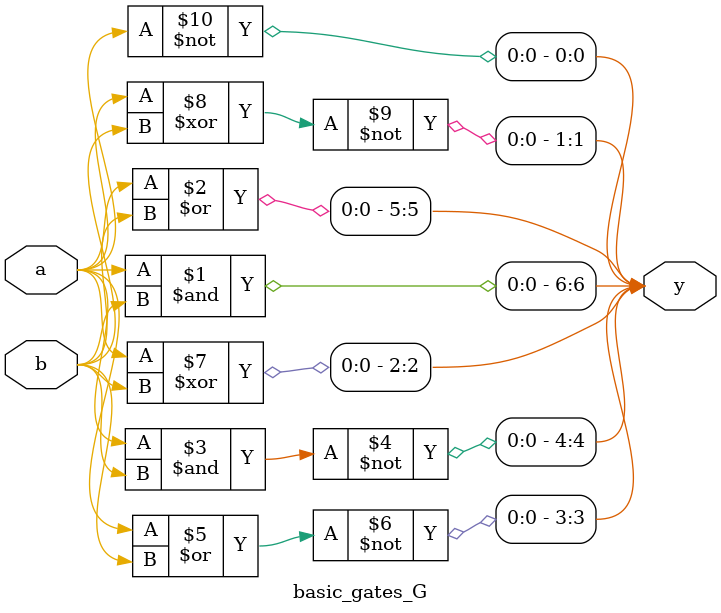
<source format=v>
module basic_gates_G(
input a,
input b,
output [6:0] y);

	and a1(y[6],a,b);
	or o1(y[5],a,b);

	nand n1(y[4],a,b);
	nor n2(y[3],a,b);

	xor x1(y[2],a,b);
	xnor x2(y[1],a,b);

	not n3(y[0],a);

endmodule
</source>
